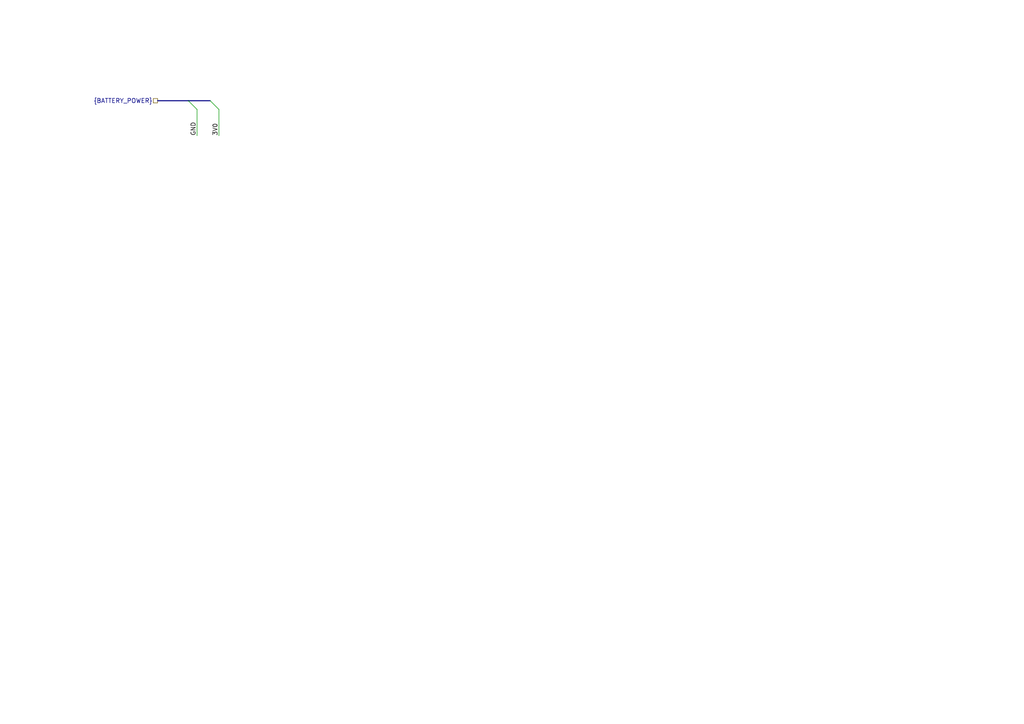
<source format=kicad_sch>
(kicad_sch
	(version 20250114)
	(generator "eeschema")
	(generator_version "9.0")
	(uuid "89856379-8fe0-4a36-af5d-83217cf6b0b1")
	(paper "A4")
	(title_block
		(rev "1")
		(company "AlumaPower")
	)
	(lib_symbols)
	(bus_entry
		(at 63.5 31.75)
		(size -2.54 -2.54)
		(stroke
			(width 0)
			(type default)
		)
		(uuid "7c6a8b23-94c7-46a0-a4e6-790a4e0fb50b")
	)
	(bus_entry
		(at 57.15 31.75)
		(size -2.54 -2.54)
		(stroke
			(width 0)
			(type default)
		)
		(uuid "b32df53c-4409-45cc-89ed-c9a3db82f677")
	)
	(wire
		(pts
			(xy 63.5 39.37) (xy 63.5 31.75)
		)
		(stroke
			(width 0)
			(type default)
		)
		(uuid "399bbf72-eabf-4adf-8a7e-3273db55b98b")
	)
	(bus
		(pts
			(xy 60.96 29.21) (xy 54.61 29.21)
		)
		(stroke
			(width 0)
			(type default)
		)
		(uuid "6adcf8f4-8a47-4d9e-a941-bcc010b3d401")
	)
	(bus
		(pts
			(xy 54.61 29.21) (xy 45.72 29.21)
		)
		(stroke
			(width 0)
			(type default)
		)
		(uuid "a63c18c0-fd81-450e-ad4c-a388a8d51571")
	)
	(wire
		(pts
			(xy 57.15 39.37) (xy 57.15 31.75)
		)
		(stroke
			(width 0)
			(type default)
		)
		(uuid "b2f8a83a-9d48-435b-b0de-97a343768997")
	)
	(label "GND"
		(at 57.15 39.37 90)
		(effects
			(font
				(size 1.27 1.27)
			)
			(justify left bottom)
		)
		(uuid "af08757e-609d-4684-889a-97f3c491c37c")
	)
	(label "3V0"
		(at 63.5 39.37 90)
		(effects
			(font
				(size 1.27 1.27)
			)
			(justify left bottom)
		)
		(uuid "afb22d1e-89f7-45e4-9de4-974eb5278c86")
	)
	(hierarchical_label "{BATTERY_POWER}"
		(shape passive)
		(at 45.72 29.21 180)
		(effects
			(font
				(size 1.27 1.27)
			)
			(justify right)
		)
		(uuid "8b440027-348c-46c1-82b6-908bc5ae84e8")
	)
)

</source>
